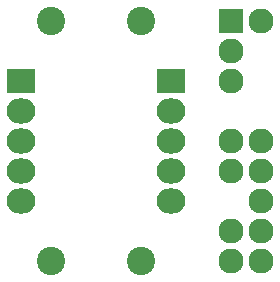
<source format=gts>
G04 #@! TF.FileFunction,Soldermask,Top*
%FSLAX46Y46*%
G04 Gerber Fmt 4.6, Leading zero omitted, Abs format (unit mm)*
G04 Created by KiCad (PCBNEW 4.0.2-4+6225~38~ubuntu15.10.1-stable) date Sat 19 Mar 2016 20:36:07 GMT*
%MOMM*%
G01*
G04 APERTURE LIST*
%ADD10C,0.100000*%
%ADD11C,2.398980*%
%ADD12R,2.432000X2.127200*%
%ADD13O,2.432000X2.127200*%
%ADD14R,2.127200X2.127200*%
%ADD15O,2.127200X2.127200*%
G04 APERTURE END LIST*
D10*
D11*
X134620000Y-101600000D03*
X127000000Y-101600000D03*
D12*
X137160000Y-106680000D03*
D13*
X137160000Y-109220000D03*
X137160000Y-111760000D03*
X137160000Y-114300000D03*
X137160000Y-116840000D03*
D12*
X124460000Y-106680000D03*
D13*
X124460000Y-109220000D03*
X124460000Y-111760000D03*
X124460000Y-114300000D03*
X124460000Y-116840000D03*
D14*
X142240000Y-101600000D03*
D15*
X144780000Y-101600000D03*
X142240000Y-104140000D03*
X142240000Y-106680000D03*
X142240000Y-111760000D03*
X144780000Y-111760000D03*
X142240000Y-114300000D03*
X144780000Y-114300000D03*
X144780000Y-116840000D03*
X142240000Y-119380000D03*
X144780000Y-119380000D03*
X142240000Y-121920000D03*
X144780000Y-121920000D03*
D11*
X134620000Y-121920000D03*
X127000000Y-121920000D03*
M02*

</source>
